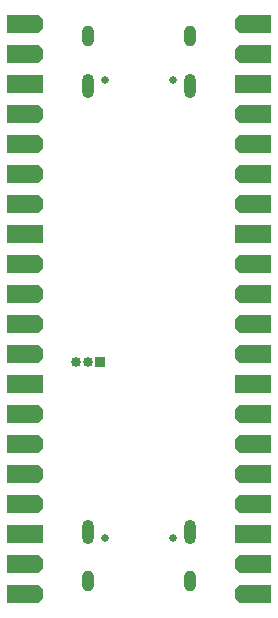
<source format=gbs>
%TF.GenerationSoftware,KiCad,Pcbnew,6.0.11+dfsg-1*%
%TF.CreationDate,2023-04-26T00:49:17+01:00*%
%TF.ProjectId,bico,6269636f-2e6b-4696-9361-645f70636258,rev?*%
%TF.SameCoordinates,Original*%
%TF.FileFunction,Soldermask,Bot*%
%TF.FilePolarity,Negative*%
%FSLAX46Y46*%
G04 Gerber Fmt 4.6, Leading zero omitted, Abs format (unit mm)*
G04 Created by KiCad (PCBNEW 6.0.11+dfsg-1) date 2023-04-26 00:49:17*
%MOMM*%
%LPD*%
G01*
G04 APERTURE LIST*
G04 Aperture macros list*
%AMFreePoly0*
4,1,19,-0.700000,0.800000,0.000000,0.800000,0.127565,0.788278,0.288060,0.737982,0.431925,0.650855,0.550855,0.531925,0.637982,0.388060,0.688278,0.227565,0.700000,0.100000,0.700000,-0.100000,0.688278,-0.227565,0.637982,-0.388060,0.550855,-0.531925,0.431925,-0.650855,0.288060,-0.737982,0.127565,-0.788278,0.000000,-0.800000,-0.700000,-0.800000,-0.700000,0.800000,-0.700000,0.800000,
$1*%
%AMFreePoly1*
4,1,13,-0.700000,0.800000,0.560000,0.800000,0.613576,0.789343,0.658995,0.758995,0.689343,0.713576,0.700000,0.660000,0.700000,-0.660000,0.689343,-0.713576,0.658995,-0.758995,0.613576,-0.789343,0.560000,-0.800000,-0.700000,-0.800000,-0.700000,0.800000,-0.700000,0.800000,$1*%
G04 Aperture macros list end*
%ADD10R,0.850000X0.850000*%
%ADD11O,0.850000X0.850000*%
%ADD12R,1.800000X1.600000*%
%ADD13FreePoly0,0.000000*%
%ADD14FreePoly1,0.000000*%
%ADD15FreePoly0,180.000000*%
%ADD16FreePoly1,180.000000*%
%ADD17C,0.650000*%
%ADD18O,1.000000X1.800000*%
%ADD19O,1.000000X2.100000*%
G04 APERTURE END LIST*
D10*
X146700000Y-104500000D03*
D11*
X145700000Y-104500000D03*
X144700000Y-104500000D03*
D12*
X139700000Y-101270000D03*
X139700000Y-108890000D03*
X160300000Y-113970000D03*
X139700000Y-78410000D03*
X160300000Y-103810000D03*
X160300000Y-108890000D03*
X160300000Y-80950000D03*
X160300000Y-93650000D03*
X139700000Y-113970000D03*
X139700000Y-116510000D03*
X160300000Y-124130000D03*
X139700000Y-103810000D03*
X160300000Y-98730000D03*
X139700000Y-96190000D03*
X160300000Y-83490000D03*
X139700000Y-121590000D03*
X160300000Y-88570000D03*
X160300000Y-101270000D03*
X139700000Y-91110000D03*
X160300000Y-78410000D03*
X160300000Y-119050000D03*
X139700000Y-98730000D03*
X139700000Y-83490000D03*
X139700000Y-124130000D03*
X160300000Y-111430000D03*
X139700000Y-75870000D03*
X160300000Y-116510000D03*
X139700000Y-93650000D03*
X160300000Y-91110000D03*
X160300000Y-106350000D03*
X139700000Y-119050000D03*
X160300000Y-121590000D03*
X139700000Y-86030000D03*
X139700000Y-111430000D03*
X160300000Y-75870000D03*
X160300000Y-86030000D03*
X139700000Y-88570000D03*
X160300000Y-96190000D03*
X139700000Y-106350000D03*
X139700000Y-80950000D03*
D13*
X141210000Y-75870000D03*
X141210000Y-78410000D03*
D14*
X141210000Y-80950000D03*
D13*
X141210000Y-83490000D03*
X141210000Y-86030000D03*
X141210000Y-88570000D03*
X141210000Y-91110000D03*
D14*
X141210000Y-93650000D03*
D13*
X141210000Y-96190000D03*
X141210000Y-98730000D03*
X141210000Y-101270000D03*
X141210000Y-103810000D03*
D14*
X141210000Y-106350000D03*
D13*
X141210000Y-108890000D03*
X141210000Y-111430000D03*
X141210000Y-113970000D03*
X141210000Y-116510000D03*
D14*
X141210000Y-119050000D03*
D13*
X141210000Y-121590000D03*
X141210000Y-124130000D03*
D15*
X158790000Y-124130000D03*
X158790000Y-121590000D03*
D16*
X158790000Y-119050000D03*
D15*
X158790000Y-116510000D03*
X158790000Y-113970000D03*
X158790000Y-111430000D03*
X158790000Y-108890000D03*
D16*
X158790000Y-106350000D03*
D15*
X158790000Y-103810000D03*
X158790000Y-101270000D03*
X158790000Y-98730000D03*
X158790000Y-96190000D03*
D16*
X158790000Y-93650000D03*
D15*
X158790000Y-91110000D03*
X158790000Y-88570000D03*
X158790000Y-86030000D03*
X158790000Y-83490000D03*
D16*
X158790000Y-80950000D03*
D15*
X158790000Y-78410000D03*
X158790000Y-75870000D03*
D17*
X147110000Y-80605000D03*
X152890000Y-80605000D03*
D18*
X154320000Y-76925000D03*
D19*
X145680000Y-81105000D03*
D18*
X145680000Y-76925000D03*
D19*
X154320000Y-81105000D03*
D17*
X152890000Y-119395000D03*
X147110000Y-119395000D03*
D18*
X145680000Y-123075000D03*
D19*
X154320000Y-118895000D03*
D18*
X154320000Y-123075000D03*
D19*
X145680000Y-118895000D03*
M02*

</source>
